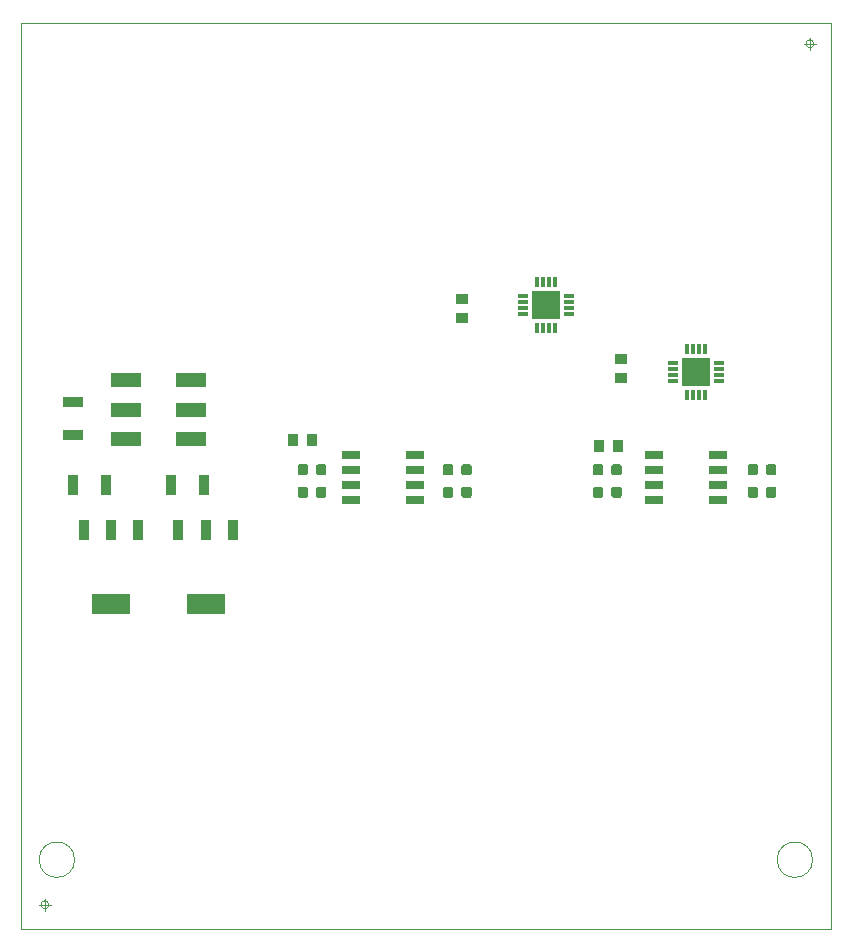
<source format=gbp>
%TF.GenerationSoftware,KiCad,Pcbnew,(5.1.5-0-10_14)*%
%TF.CreationDate,2020-01-10T14:35:19+01:00*%
%TF.ProjectId,adapter_hybrid_assister,61646170-7465-4725-9f68-79627269645f,rev?*%
%TF.SameCoordinates,PX6312cb0PY8accb70*%
%TF.FileFunction,Paste,Bot*%
%TF.FilePolarity,Positive*%
%FSLAX45Y45*%
G04 Gerber Fmt 4.5, Leading zero omitted, Abs format (unit mm)*
G04 Created by KiCad (PCBNEW (5.1.5-0-10_14)) date 2020-01-10 14:35:19*
%MOMM*%
%LPD*%
G04 APERTURE LIST*
%TA.AperFunction,Profile*%
%ADD10C,0.050000*%
%TD*%
%TA.AperFunction,Profile*%
%ADD11C,0.100000*%
%TD*%
%ADD12R,0.950000X1.000000*%
%ADD13R,1.000000X0.950000*%
%ADD14R,2.400000X2.400000*%
%ADD15R,0.850000X0.300000*%
%ADD16R,0.300000X0.850000*%
%ADD17C,0.100000*%
%ADD18R,0.914400X1.803400*%
%ADD19R,1.803400X0.914400*%
%ADD20R,2.500000X1.200000*%
%ADD21R,1.528000X0.650000*%
%ADD22R,3.200000X1.750000*%
%ADD23R,0.950000X1.750000*%
G04 APERTURE END LIST*
D10*
X6713533Y7493000D02*
G75*
G03X6713533Y7493000I-33333J0D01*
G01*
X6630200Y7493000D02*
X6730200Y7493000D01*
X6680200Y7543000D02*
X6680200Y7443000D01*
X236533Y203200D02*
G75*
G03X236533Y203200I-33333J0D01*
G01*
X153200Y203200D02*
X253200Y203200D01*
X203200Y253200D02*
X203200Y153200D01*
X454800Y584200D02*
G75*
G03X454800Y584200I-150000J0D01*
G01*
X6703200Y584200D02*
G75*
G03X6703200Y584200I-150000J0D01*
G01*
X0Y0D02*
X0Y7670800D01*
X6858000Y7670800D02*
X6858000Y0D01*
D11*
X0Y7670800D02*
X6858000Y7670800D01*
X6858000Y0D02*
X0Y0D01*
D12*
%TO.C,C4*%
X2463800Y4140200D03*
X2303800Y4140200D03*
%TD*%
%TO.C,C5*%
X5054600Y4089400D03*
X4894600Y4089400D03*
%TD*%
D13*
%TO.C,C7*%
X3733800Y5174000D03*
X3733800Y5334000D03*
%TD*%
%TO.C,C9*%
X5080000Y4666000D03*
X5080000Y4826000D03*
%TD*%
D14*
%TO.C,U7*%
X4445000Y5283200D03*
D15*
X4640000Y5208200D03*
X4640000Y5258200D03*
X4640000Y5308200D03*
X4640000Y5358200D03*
D16*
X4520000Y5478200D03*
X4470000Y5478200D03*
X4420000Y5478200D03*
X4370000Y5478200D03*
D15*
X4250000Y5358200D03*
X4250000Y5308200D03*
X4250000Y5258200D03*
X4250000Y5208200D03*
D16*
X4370000Y5088200D03*
X4420000Y5088200D03*
X4470000Y5088200D03*
X4520000Y5088200D03*
%TD*%
D14*
%TO.C,U9*%
X5715000Y4711700D03*
D15*
X5910000Y4636700D03*
X5910000Y4686700D03*
X5910000Y4736700D03*
X5910000Y4786700D03*
D16*
X5790000Y4906700D03*
X5740000Y4906700D03*
X5690000Y4906700D03*
X5640000Y4906700D03*
D15*
X5520000Y4786700D03*
X5520000Y4736700D03*
X5520000Y4686700D03*
X5520000Y4636700D03*
D16*
X5640000Y4516700D03*
X5690000Y4516700D03*
X5740000Y4516700D03*
X5790000Y4516700D03*
%TD*%
D17*
%TO.C,R41*%
G36*
X2567769Y3933595D02*
G01*
X2569893Y3933280D01*
X2571975Y3932758D01*
X2573996Y3932035D01*
X2575937Y3931117D01*
X2577778Y3930013D01*
X2579502Y3928735D01*
X2581093Y3927293D01*
X2582535Y3925702D01*
X2583813Y3923978D01*
X2584917Y3922137D01*
X2585835Y3920196D01*
X2586558Y3918175D01*
X2587080Y3916093D01*
X2587395Y3913969D01*
X2587500Y3911825D01*
X2587500Y3860575D01*
X2587395Y3858431D01*
X2587080Y3856307D01*
X2586558Y3854225D01*
X2585835Y3852204D01*
X2584917Y3850263D01*
X2583813Y3848422D01*
X2582535Y3846698D01*
X2581093Y3845107D01*
X2579502Y3843665D01*
X2577778Y3842387D01*
X2575937Y3841283D01*
X2573996Y3840365D01*
X2571975Y3839642D01*
X2569893Y3839120D01*
X2567769Y3838805D01*
X2565625Y3838700D01*
X2521875Y3838700D01*
X2519731Y3838805D01*
X2517607Y3839120D01*
X2515525Y3839642D01*
X2513504Y3840365D01*
X2511563Y3841283D01*
X2509722Y3842387D01*
X2507998Y3843665D01*
X2506407Y3845107D01*
X2504965Y3846698D01*
X2503687Y3848422D01*
X2502583Y3850263D01*
X2501665Y3852204D01*
X2500942Y3854225D01*
X2500420Y3856307D01*
X2500105Y3858431D01*
X2500000Y3860575D01*
X2500000Y3911825D01*
X2500105Y3913969D01*
X2500420Y3916093D01*
X2500942Y3918175D01*
X2501665Y3920196D01*
X2502583Y3922137D01*
X2503687Y3923978D01*
X2504965Y3925702D01*
X2506407Y3927293D01*
X2507998Y3928735D01*
X2509722Y3930013D01*
X2511563Y3931117D01*
X2513504Y3932035D01*
X2515525Y3932758D01*
X2517607Y3933280D01*
X2519731Y3933595D01*
X2521875Y3933700D01*
X2565625Y3933700D01*
X2567769Y3933595D01*
G37*
G36*
X2410269Y3933595D02*
G01*
X2412393Y3933280D01*
X2414475Y3932758D01*
X2416496Y3932035D01*
X2418437Y3931117D01*
X2420278Y3930013D01*
X2422002Y3928735D01*
X2423593Y3927293D01*
X2425035Y3925702D01*
X2426313Y3923978D01*
X2427417Y3922137D01*
X2428335Y3920196D01*
X2429058Y3918175D01*
X2429580Y3916093D01*
X2429895Y3913969D01*
X2430000Y3911825D01*
X2430000Y3860575D01*
X2429895Y3858431D01*
X2429580Y3856307D01*
X2429058Y3854225D01*
X2428335Y3852204D01*
X2427417Y3850263D01*
X2426313Y3848422D01*
X2425035Y3846698D01*
X2423593Y3845107D01*
X2422002Y3843665D01*
X2420278Y3842387D01*
X2418437Y3841283D01*
X2416496Y3840365D01*
X2414475Y3839642D01*
X2412393Y3839120D01*
X2410269Y3838805D01*
X2408125Y3838700D01*
X2364375Y3838700D01*
X2362231Y3838805D01*
X2360107Y3839120D01*
X2358025Y3839642D01*
X2356004Y3840365D01*
X2354063Y3841283D01*
X2352222Y3842387D01*
X2350498Y3843665D01*
X2348907Y3845107D01*
X2347465Y3846698D01*
X2346187Y3848422D01*
X2345083Y3850263D01*
X2344165Y3852204D01*
X2343442Y3854225D01*
X2342920Y3856307D01*
X2342605Y3858431D01*
X2342500Y3860575D01*
X2342500Y3911825D01*
X2342605Y3913969D01*
X2342920Y3916093D01*
X2343442Y3918175D01*
X2344165Y3920196D01*
X2345083Y3922137D01*
X2346187Y3923978D01*
X2347465Y3925702D01*
X2348907Y3927293D01*
X2350498Y3928735D01*
X2352222Y3930013D01*
X2354063Y3931117D01*
X2356004Y3932035D01*
X2358025Y3932758D01*
X2360107Y3933280D01*
X2362231Y3933595D01*
X2364375Y3933700D01*
X2408125Y3933700D01*
X2410269Y3933595D01*
G37*
%TD*%
%TO.C,R42*%
G36*
X3639769Y3933595D02*
G01*
X3641893Y3933280D01*
X3643975Y3932758D01*
X3645996Y3932035D01*
X3647937Y3931117D01*
X3649778Y3930013D01*
X3651502Y3928735D01*
X3653093Y3927293D01*
X3654535Y3925702D01*
X3655813Y3923978D01*
X3656917Y3922137D01*
X3657835Y3920196D01*
X3658558Y3918175D01*
X3659080Y3916093D01*
X3659395Y3913969D01*
X3659500Y3911825D01*
X3659500Y3860575D01*
X3659395Y3858431D01*
X3659080Y3856307D01*
X3658558Y3854225D01*
X3657835Y3852204D01*
X3656917Y3850263D01*
X3655813Y3848422D01*
X3654535Y3846698D01*
X3653093Y3845107D01*
X3651502Y3843665D01*
X3649778Y3842387D01*
X3647937Y3841283D01*
X3645996Y3840365D01*
X3643975Y3839642D01*
X3641893Y3839120D01*
X3639769Y3838805D01*
X3637625Y3838700D01*
X3593875Y3838700D01*
X3591731Y3838805D01*
X3589607Y3839120D01*
X3587525Y3839642D01*
X3585504Y3840365D01*
X3583563Y3841283D01*
X3581722Y3842387D01*
X3579998Y3843665D01*
X3578407Y3845107D01*
X3576965Y3846698D01*
X3575687Y3848422D01*
X3574583Y3850263D01*
X3573665Y3852204D01*
X3572942Y3854225D01*
X3572420Y3856307D01*
X3572105Y3858431D01*
X3572000Y3860575D01*
X3572000Y3911825D01*
X3572105Y3913969D01*
X3572420Y3916093D01*
X3572942Y3918175D01*
X3573665Y3920196D01*
X3574583Y3922137D01*
X3575687Y3923978D01*
X3576965Y3925702D01*
X3578407Y3927293D01*
X3579998Y3928735D01*
X3581722Y3930013D01*
X3583563Y3931117D01*
X3585504Y3932035D01*
X3587525Y3932758D01*
X3589607Y3933280D01*
X3591731Y3933595D01*
X3593875Y3933700D01*
X3637625Y3933700D01*
X3639769Y3933595D01*
G37*
G36*
X3797269Y3933595D02*
G01*
X3799393Y3933280D01*
X3801475Y3932758D01*
X3803496Y3932035D01*
X3805437Y3931117D01*
X3807278Y3930013D01*
X3809002Y3928735D01*
X3810593Y3927293D01*
X3812035Y3925702D01*
X3813313Y3923978D01*
X3814417Y3922137D01*
X3815335Y3920196D01*
X3816058Y3918175D01*
X3816580Y3916093D01*
X3816895Y3913969D01*
X3817000Y3911825D01*
X3817000Y3860575D01*
X3816895Y3858431D01*
X3816580Y3856307D01*
X3816058Y3854225D01*
X3815335Y3852204D01*
X3814417Y3850263D01*
X3813313Y3848422D01*
X3812035Y3846698D01*
X3810593Y3845107D01*
X3809002Y3843665D01*
X3807278Y3842387D01*
X3805437Y3841283D01*
X3803496Y3840365D01*
X3801475Y3839642D01*
X3799393Y3839120D01*
X3797269Y3838805D01*
X3795125Y3838700D01*
X3751375Y3838700D01*
X3749231Y3838805D01*
X3747107Y3839120D01*
X3745025Y3839642D01*
X3743004Y3840365D01*
X3741063Y3841283D01*
X3739222Y3842387D01*
X3737498Y3843665D01*
X3735907Y3845107D01*
X3734465Y3846698D01*
X3733187Y3848422D01*
X3732083Y3850263D01*
X3731165Y3852204D01*
X3730442Y3854225D01*
X3729920Y3856307D01*
X3729605Y3858431D01*
X3729500Y3860575D01*
X3729500Y3911825D01*
X3729605Y3913969D01*
X3729920Y3916093D01*
X3730442Y3918175D01*
X3731165Y3920196D01*
X3732083Y3922137D01*
X3733187Y3923978D01*
X3734465Y3925702D01*
X3735907Y3927293D01*
X3737498Y3928735D01*
X3739222Y3930013D01*
X3741063Y3931117D01*
X3743004Y3932035D01*
X3745025Y3932758D01*
X3747107Y3933280D01*
X3749231Y3933595D01*
X3751375Y3933700D01*
X3795125Y3933700D01*
X3797269Y3933595D01*
G37*
%TD*%
%TO.C,R43*%
G36*
X2567769Y3743095D02*
G01*
X2569893Y3742780D01*
X2571975Y3742258D01*
X2573996Y3741535D01*
X2575937Y3740617D01*
X2577778Y3739513D01*
X2579502Y3738235D01*
X2581093Y3736793D01*
X2582535Y3735202D01*
X2583813Y3733478D01*
X2584917Y3731637D01*
X2585835Y3729696D01*
X2586558Y3727675D01*
X2587080Y3725593D01*
X2587395Y3723469D01*
X2587500Y3721325D01*
X2587500Y3670075D01*
X2587395Y3667931D01*
X2587080Y3665807D01*
X2586558Y3663725D01*
X2585835Y3661704D01*
X2584917Y3659763D01*
X2583813Y3657922D01*
X2582535Y3656198D01*
X2581093Y3654607D01*
X2579502Y3653165D01*
X2577778Y3651887D01*
X2575937Y3650783D01*
X2573996Y3649865D01*
X2571975Y3649142D01*
X2569893Y3648620D01*
X2567769Y3648305D01*
X2565625Y3648200D01*
X2521875Y3648200D01*
X2519731Y3648305D01*
X2517607Y3648620D01*
X2515525Y3649142D01*
X2513504Y3649865D01*
X2511563Y3650783D01*
X2509722Y3651887D01*
X2507998Y3653165D01*
X2506407Y3654607D01*
X2504965Y3656198D01*
X2503687Y3657922D01*
X2502583Y3659763D01*
X2501665Y3661704D01*
X2500942Y3663725D01*
X2500420Y3665807D01*
X2500105Y3667931D01*
X2500000Y3670075D01*
X2500000Y3721325D01*
X2500105Y3723469D01*
X2500420Y3725593D01*
X2500942Y3727675D01*
X2501665Y3729696D01*
X2502583Y3731637D01*
X2503687Y3733478D01*
X2504965Y3735202D01*
X2506407Y3736793D01*
X2507998Y3738235D01*
X2509722Y3739513D01*
X2511563Y3740617D01*
X2513504Y3741535D01*
X2515525Y3742258D01*
X2517607Y3742780D01*
X2519731Y3743095D01*
X2521875Y3743200D01*
X2565625Y3743200D01*
X2567769Y3743095D01*
G37*
G36*
X2410269Y3743095D02*
G01*
X2412393Y3742780D01*
X2414475Y3742258D01*
X2416496Y3741535D01*
X2418437Y3740617D01*
X2420278Y3739513D01*
X2422002Y3738235D01*
X2423593Y3736793D01*
X2425035Y3735202D01*
X2426313Y3733478D01*
X2427417Y3731637D01*
X2428335Y3729696D01*
X2429058Y3727675D01*
X2429580Y3725593D01*
X2429895Y3723469D01*
X2430000Y3721325D01*
X2430000Y3670075D01*
X2429895Y3667931D01*
X2429580Y3665807D01*
X2429058Y3663725D01*
X2428335Y3661704D01*
X2427417Y3659763D01*
X2426313Y3657922D01*
X2425035Y3656198D01*
X2423593Y3654607D01*
X2422002Y3653165D01*
X2420278Y3651887D01*
X2418437Y3650783D01*
X2416496Y3649865D01*
X2414475Y3649142D01*
X2412393Y3648620D01*
X2410269Y3648305D01*
X2408125Y3648200D01*
X2364375Y3648200D01*
X2362231Y3648305D01*
X2360107Y3648620D01*
X2358025Y3649142D01*
X2356004Y3649865D01*
X2354063Y3650783D01*
X2352222Y3651887D01*
X2350498Y3653165D01*
X2348907Y3654607D01*
X2347465Y3656198D01*
X2346187Y3657922D01*
X2345083Y3659763D01*
X2344165Y3661704D01*
X2343442Y3663725D01*
X2342920Y3665807D01*
X2342605Y3667931D01*
X2342500Y3670075D01*
X2342500Y3721325D01*
X2342605Y3723469D01*
X2342920Y3725593D01*
X2343442Y3727675D01*
X2344165Y3729696D01*
X2345083Y3731637D01*
X2346187Y3733478D01*
X2347465Y3735202D01*
X2348907Y3736793D01*
X2350498Y3738235D01*
X2352222Y3739513D01*
X2354063Y3740617D01*
X2356004Y3741535D01*
X2358025Y3742258D01*
X2360107Y3742780D01*
X2362231Y3743095D01*
X2364375Y3743200D01*
X2408125Y3743200D01*
X2410269Y3743095D01*
G37*
%TD*%
%TO.C,R44*%
G36*
X3639769Y3743095D02*
G01*
X3641893Y3742780D01*
X3643975Y3742258D01*
X3645996Y3741535D01*
X3647937Y3740617D01*
X3649778Y3739513D01*
X3651502Y3738235D01*
X3653093Y3736793D01*
X3654535Y3735202D01*
X3655813Y3733478D01*
X3656917Y3731637D01*
X3657835Y3729696D01*
X3658558Y3727675D01*
X3659080Y3725593D01*
X3659395Y3723469D01*
X3659500Y3721325D01*
X3659500Y3670075D01*
X3659395Y3667931D01*
X3659080Y3665807D01*
X3658558Y3663725D01*
X3657835Y3661704D01*
X3656917Y3659763D01*
X3655813Y3657922D01*
X3654535Y3656198D01*
X3653093Y3654607D01*
X3651502Y3653165D01*
X3649778Y3651887D01*
X3647937Y3650783D01*
X3645996Y3649865D01*
X3643975Y3649142D01*
X3641893Y3648620D01*
X3639769Y3648305D01*
X3637625Y3648200D01*
X3593875Y3648200D01*
X3591731Y3648305D01*
X3589607Y3648620D01*
X3587525Y3649142D01*
X3585504Y3649865D01*
X3583563Y3650783D01*
X3581722Y3651887D01*
X3579998Y3653165D01*
X3578407Y3654607D01*
X3576965Y3656198D01*
X3575687Y3657922D01*
X3574583Y3659763D01*
X3573665Y3661704D01*
X3572942Y3663725D01*
X3572420Y3665807D01*
X3572105Y3667931D01*
X3572000Y3670075D01*
X3572000Y3721325D01*
X3572105Y3723469D01*
X3572420Y3725593D01*
X3572942Y3727675D01*
X3573665Y3729696D01*
X3574583Y3731637D01*
X3575687Y3733478D01*
X3576965Y3735202D01*
X3578407Y3736793D01*
X3579998Y3738235D01*
X3581722Y3739513D01*
X3583563Y3740617D01*
X3585504Y3741535D01*
X3587525Y3742258D01*
X3589607Y3742780D01*
X3591731Y3743095D01*
X3593875Y3743200D01*
X3637625Y3743200D01*
X3639769Y3743095D01*
G37*
G36*
X3797269Y3743095D02*
G01*
X3799393Y3742780D01*
X3801475Y3742258D01*
X3803496Y3741535D01*
X3805437Y3740617D01*
X3807278Y3739513D01*
X3809002Y3738235D01*
X3810593Y3736793D01*
X3812035Y3735202D01*
X3813313Y3733478D01*
X3814417Y3731637D01*
X3815335Y3729696D01*
X3816058Y3727675D01*
X3816580Y3725593D01*
X3816895Y3723469D01*
X3817000Y3721325D01*
X3817000Y3670075D01*
X3816895Y3667931D01*
X3816580Y3665807D01*
X3816058Y3663725D01*
X3815335Y3661704D01*
X3814417Y3659763D01*
X3813313Y3657922D01*
X3812035Y3656198D01*
X3810593Y3654607D01*
X3809002Y3653165D01*
X3807278Y3651887D01*
X3805437Y3650783D01*
X3803496Y3649865D01*
X3801475Y3649142D01*
X3799393Y3648620D01*
X3797269Y3648305D01*
X3795125Y3648200D01*
X3751375Y3648200D01*
X3749231Y3648305D01*
X3747107Y3648620D01*
X3745025Y3649142D01*
X3743004Y3649865D01*
X3741063Y3650783D01*
X3739222Y3651887D01*
X3737498Y3653165D01*
X3735907Y3654607D01*
X3734465Y3656198D01*
X3733187Y3657922D01*
X3732083Y3659763D01*
X3731165Y3661704D01*
X3730442Y3663725D01*
X3729920Y3665807D01*
X3729605Y3667931D01*
X3729500Y3670075D01*
X3729500Y3721325D01*
X3729605Y3723469D01*
X3729920Y3725593D01*
X3730442Y3727675D01*
X3731165Y3729696D01*
X3732083Y3731637D01*
X3733187Y3733478D01*
X3734465Y3735202D01*
X3735907Y3736793D01*
X3737498Y3738235D01*
X3739222Y3739513D01*
X3741063Y3740617D01*
X3743004Y3741535D01*
X3745025Y3742258D01*
X3747107Y3742780D01*
X3749231Y3743095D01*
X3751375Y3743200D01*
X3795125Y3743200D01*
X3797269Y3743095D01*
G37*
%TD*%
%TO.C,R51*%
G36*
X5067269Y3933595D02*
G01*
X5069393Y3933280D01*
X5071475Y3932758D01*
X5073496Y3932035D01*
X5075437Y3931117D01*
X5077278Y3930013D01*
X5079002Y3928735D01*
X5080593Y3927293D01*
X5082035Y3925702D01*
X5083313Y3923978D01*
X5084417Y3922137D01*
X5085335Y3920196D01*
X5086058Y3918175D01*
X5086580Y3916093D01*
X5086895Y3913969D01*
X5087000Y3911825D01*
X5087000Y3860575D01*
X5086895Y3858431D01*
X5086580Y3856307D01*
X5086058Y3854225D01*
X5085335Y3852204D01*
X5084417Y3850263D01*
X5083313Y3848422D01*
X5082035Y3846698D01*
X5080593Y3845107D01*
X5079002Y3843665D01*
X5077278Y3842387D01*
X5075437Y3841283D01*
X5073496Y3840365D01*
X5071475Y3839642D01*
X5069393Y3839120D01*
X5067269Y3838805D01*
X5065125Y3838700D01*
X5021375Y3838700D01*
X5019231Y3838805D01*
X5017107Y3839120D01*
X5015025Y3839642D01*
X5013004Y3840365D01*
X5011063Y3841283D01*
X5009222Y3842387D01*
X5007498Y3843665D01*
X5005907Y3845107D01*
X5004465Y3846698D01*
X5003187Y3848422D01*
X5002083Y3850263D01*
X5001165Y3852204D01*
X5000442Y3854225D01*
X4999920Y3856307D01*
X4999605Y3858431D01*
X4999500Y3860575D01*
X4999500Y3911825D01*
X4999605Y3913969D01*
X4999920Y3916093D01*
X5000442Y3918175D01*
X5001165Y3920196D01*
X5002083Y3922137D01*
X5003187Y3923978D01*
X5004465Y3925702D01*
X5005907Y3927293D01*
X5007498Y3928735D01*
X5009222Y3930013D01*
X5011063Y3931117D01*
X5013004Y3932035D01*
X5015025Y3932758D01*
X5017107Y3933280D01*
X5019231Y3933595D01*
X5021375Y3933700D01*
X5065125Y3933700D01*
X5067269Y3933595D01*
G37*
G36*
X4909769Y3933595D02*
G01*
X4911893Y3933280D01*
X4913975Y3932758D01*
X4915996Y3932035D01*
X4917937Y3931117D01*
X4919778Y3930013D01*
X4921502Y3928735D01*
X4923093Y3927293D01*
X4924535Y3925702D01*
X4925813Y3923978D01*
X4926917Y3922137D01*
X4927835Y3920196D01*
X4928558Y3918175D01*
X4929080Y3916093D01*
X4929395Y3913969D01*
X4929500Y3911825D01*
X4929500Y3860575D01*
X4929395Y3858431D01*
X4929080Y3856307D01*
X4928558Y3854225D01*
X4927835Y3852204D01*
X4926917Y3850263D01*
X4925813Y3848422D01*
X4924535Y3846698D01*
X4923093Y3845107D01*
X4921502Y3843665D01*
X4919778Y3842387D01*
X4917937Y3841283D01*
X4915996Y3840365D01*
X4913975Y3839642D01*
X4911893Y3839120D01*
X4909769Y3838805D01*
X4907625Y3838700D01*
X4863875Y3838700D01*
X4861731Y3838805D01*
X4859607Y3839120D01*
X4857525Y3839642D01*
X4855504Y3840365D01*
X4853563Y3841283D01*
X4851722Y3842387D01*
X4849998Y3843665D01*
X4848407Y3845107D01*
X4846965Y3846698D01*
X4845687Y3848422D01*
X4844583Y3850263D01*
X4843665Y3852204D01*
X4842942Y3854225D01*
X4842420Y3856307D01*
X4842105Y3858431D01*
X4842000Y3860575D01*
X4842000Y3911825D01*
X4842105Y3913969D01*
X4842420Y3916093D01*
X4842942Y3918175D01*
X4843665Y3920196D01*
X4844583Y3922137D01*
X4845687Y3923978D01*
X4846965Y3925702D01*
X4848407Y3927293D01*
X4849998Y3928735D01*
X4851722Y3930013D01*
X4853563Y3931117D01*
X4855504Y3932035D01*
X4857525Y3932758D01*
X4859607Y3933280D01*
X4861731Y3933595D01*
X4863875Y3933700D01*
X4907625Y3933700D01*
X4909769Y3933595D01*
G37*
%TD*%
%TO.C,R52*%
G36*
X6220269Y3933595D02*
G01*
X6222393Y3933280D01*
X6224475Y3932758D01*
X6226496Y3932035D01*
X6228437Y3931117D01*
X6230278Y3930013D01*
X6232002Y3928735D01*
X6233593Y3927293D01*
X6235035Y3925702D01*
X6236313Y3923978D01*
X6237417Y3922137D01*
X6238335Y3920196D01*
X6239058Y3918175D01*
X6239580Y3916093D01*
X6239895Y3913969D01*
X6240000Y3911825D01*
X6240000Y3860575D01*
X6239895Y3858431D01*
X6239580Y3856307D01*
X6239058Y3854225D01*
X6238335Y3852204D01*
X6237417Y3850263D01*
X6236313Y3848422D01*
X6235035Y3846698D01*
X6233593Y3845107D01*
X6232002Y3843665D01*
X6230278Y3842387D01*
X6228437Y3841283D01*
X6226496Y3840365D01*
X6224475Y3839642D01*
X6222393Y3839120D01*
X6220269Y3838805D01*
X6218125Y3838700D01*
X6174375Y3838700D01*
X6172231Y3838805D01*
X6170107Y3839120D01*
X6168025Y3839642D01*
X6166004Y3840365D01*
X6164063Y3841283D01*
X6162222Y3842387D01*
X6160498Y3843665D01*
X6158907Y3845107D01*
X6157465Y3846698D01*
X6156187Y3848422D01*
X6155083Y3850263D01*
X6154165Y3852204D01*
X6153442Y3854225D01*
X6152920Y3856307D01*
X6152605Y3858431D01*
X6152500Y3860575D01*
X6152500Y3911825D01*
X6152605Y3913969D01*
X6152920Y3916093D01*
X6153442Y3918175D01*
X6154165Y3920196D01*
X6155083Y3922137D01*
X6156187Y3923978D01*
X6157465Y3925702D01*
X6158907Y3927293D01*
X6160498Y3928735D01*
X6162222Y3930013D01*
X6164063Y3931117D01*
X6166004Y3932035D01*
X6168025Y3932758D01*
X6170107Y3933280D01*
X6172231Y3933595D01*
X6174375Y3933700D01*
X6218125Y3933700D01*
X6220269Y3933595D01*
G37*
G36*
X6377769Y3933595D02*
G01*
X6379893Y3933280D01*
X6381975Y3932758D01*
X6383996Y3932035D01*
X6385937Y3931117D01*
X6387778Y3930013D01*
X6389502Y3928735D01*
X6391093Y3927293D01*
X6392535Y3925702D01*
X6393813Y3923978D01*
X6394917Y3922137D01*
X6395835Y3920196D01*
X6396558Y3918175D01*
X6397080Y3916093D01*
X6397395Y3913969D01*
X6397500Y3911825D01*
X6397500Y3860575D01*
X6397395Y3858431D01*
X6397080Y3856307D01*
X6396558Y3854225D01*
X6395835Y3852204D01*
X6394917Y3850263D01*
X6393813Y3848422D01*
X6392535Y3846698D01*
X6391093Y3845107D01*
X6389502Y3843665D01*
X6387778Y3842387D01*
X6385937Y3841283D01*
X6383996Y3840365D01*
X6381975Y3839642D01*
X6379893Y3839120D01*
X6377769Y3838805D01*
X6375625Y3838700D01*
X6331875Y3838700D01*
X6329731Y3838805D01*
X6327607Y3839120D01*
X6325525Y3839642D01*
X6323504Y3840365D01*
X6321563Y3841283D01*
X6319722Y3842387D01*
X6317998Y3843665D01*
X6316407Y3845107D01*
X6314965Y3846698D01*
X6313687Y3848422D01*
X6312583Y3850263D01*
X6311665Y3852204D01*
X6310942Y3854225D01*
X6310420Y3856307D01*
X6310105Y3858431D01*
X6310000Y3860575D01*
X6310000Y3911825D01*
X6310105Y3913969D01*
X6310420Y3916093D01*
X6310942Y3918175D01*
X6311665Y3920196D01*
X6312583Y3922137D01*
X6313687Y3923978D01*
X6314965Y3925702D01*
X6316407Y3927293D01*
X6317998Y3928735D01*
X6319722Y3930013D01*
X6321563Y3931117D01*
X6323504Y3932035D01*
X6325525Y3932758D01*
X6327607Y3933280D01*
X6329731Y3933595D01*
X6331875Y3933700D01*
X6375625Y3933700D01*
X6377769Y3933595D01*
G37*
%TD*%
%TO.C,R53*%
G36*
X5067269Y3743095D02*
G01*
X5069393Y3742780D01*
X5071475Y3742258D01*
X5073496Y3741535D01*
X5075437Y3740617D01*
X5077278Y3739513D01*
X5079002Y3738235D01*
X5080593Y3736793D01*
X5082035Y3735202D01*
X5083313Y3733478D01*
X5084417Y3731637D01*
X5085335Y3729696D01*
X5086058Y3727675D01*
X5086580Y3725593D01*
X5086895Y3723469D01*
X5087000Y3721325D01*
X5087000Y3670075D01*
X5086895Y3667931D01*
X5086580Y3665807D01*
X5086058Y3663725D01*
X5085335Y3661704D01*
X5084417Y3659763D01*
X5083313Y3657922D01*
X5082035Y3656198D01*
X5080593Y3654607D01*
X5079002Y3653165D01*
X5077278Y3651887D01*
X5075437Y3650783D01*
X5073496Y3649865D01*
X5071475Y3649142D01*
X5069393Y3648620D01*
X5067269Y3648305D01*
X5065125Y3648200D01*
X5021375Y3648200D01*
X5019231Y3648305D01*
X5017107Y3648620D01*
X5015025Y3649142D01*
X5013004Y3649865D01*
X5011063Y3650783D01*
X5009222Y3651887D01*
X5007498Y3653165D01*
X5005907Y3654607D01*
X5004465Y3656198D01*
X5003187Y3657922D01*
X5002083Y3659763D01*
X5001165Y3661704D01*
X5000442Y3663725D01*
X4999920Y3665807D01*
X4999605Y3667931D01*
X4999500Y3670075D01*
X4999500Y3721325D01*
X4999605Y3723469D01*
X4999920Y3725593D01*
X5000442Y3727675D01*
X5001165Y3729696D01*
X5002083Y3731637D01*
X5003187Y3733478D01*
X5004465Y3735202D01*
X5005907Y3736793D01*
X5007498Y3738235D01*
X5009222Y3739513D01*
X5011063Y3740617D01*
X5013004Y3741535D01*
X5015025Y3742258D01*
X5017107Y3742780D01*
X5019231Y3743095D01*
X5021375Y3743200D01*
X5065125Y3743200D01*
X5067269Y3743095D01*
G37*
G36*
X4909769Y3743095D02*
G01*
X4911893Y3742780D01*
X4913975Y3742258D01*
X4915996Y3741535D01*
X4917937Y3740617D01*
X4919778Y3739513D01*
X4921502Y3738235D01*
X4923093Y3736793D01*
X4924535Y3735202D01*
X4925813Y3733478D01*
X4926917Y3731637D01*
X4927835Y3729696D01*
X4928558Y3727675D01*
X4929080Y3725593D01*
X4929395Y3723469D01*
X4929500Y3721325D01*
X4929500Y3670075D01*
X4929395Y3667931D01*
X4929080Y3665807D01*
X4928558Y3663725D01*
X4927835Y3661704D01*
X4926917Y3659763D01*
X4925813Y3657922D01*
X4924535Y3656198D01*
X4923093Y3654607D01*
X4921502Y3653165D01*
X4919778Y3651887D01*
X4917937Y3650783D01*
X4915996Y3649865D01*
X4913975Y3649142D01*
X4911893Y3648620D01*
X4909769Y3648305D01*
X4907625Y3648200D01*
X4863875Y3648200D01*
X4861731Y3648305D01*
X4859607Y3648620D01*
X4857525Y3649142D01*
X4855504Y3649865D01*
X4853563Y3650783D01*
X4851722Y3651887D01*
X4849998Y3653165D01*
X4848407Y3654607D01*
X4846965Y3656198D01*
X4845687Y3657922D01*
X4844583Y3659763D01*
X4843665Y3661704D01*
X4842942Y3663725D01*
X4842420Y3665807D01*
X4842105Y3667931D01*
X4842000Y3670075D01*
X4842000Y3721325D01*
X4842105Y3723469D01*
X4842420Y3725593D01*
X4842942Y3727675D01*
X4843665Y3729696D01*
X4844583Y3731637D01*
X4845687Y3733478D01*
X4846965Y3735202D01*
X4848407Y3736793D01*
X4849998Y3738235D01*
X4851722Y3739513D01*
X4853563Y3740617D01*
X4855504Y3741535D01*
X4857525Y3742258D01*
X4859607Y3742780D01*
X4861731Y3743095D01*
X4863875Y3743200D01*
X4907625Y3743200D01*
X4909769Y3743095D01*
G37*
%TD*%
%TO.C,R54*%
G36*
X6220269Y3743095D02*
G01*
X6222393Y3742780D01*
X6224475Y3742258D01*
X6226496Y3741535D01*
X6228437Y3740617D01*
X6230278Y3739513D01*
X6232002Y3738235D01*
X6233593Y3736793D01*
X6235035Y3735202D01*
X6236313Y3733478D01*
X6237417Y3731637D01*
X6238335Y3729696D01*
X6239058Y3727675D01*
X6239580Y3725593D01*
X6239895Y3723469D01*
X6240000Y3721325D01*
X6240000Y3670075D01*
X6239895Y3667931D01*
X6239580Y3665807D01*
X6239058Y3663725D01*
X6238335Y3661704D01*
X6237417Y3659763D01*
X6236313Y3657922D01*
X6235035Y3656198D01*
X6233593Y3654607D01*
X6232002Y3653165D01*
X6230278Y3651887D01*
X6228437Y3650783D01*
X6226496Y3649865D01*
X6224475Y3649142D01*
X6222393Y3648620D01*
X6220269Y3648305D01*
X6218125Y3648200D01*
X6174375Y3648200D01*
X6172231Y3648305D01*
X6170107Y3648620D01*
X6168025Y3649142D01*
X6166004Y3649865D01*
X6164063Y3650783D01*
X6162222Y3651887D01*
X6160498Y3653165D01*
X6158907Y3654607D01*
X6157465Y3656198D01*
X6156187Y3657922D01*
X6155083Y3659763D01*
X6154165Y3661704D01*
X6153442Y3663725D01*
X6152920Y3665807D01*
X6152605Y3667931D01*
X6152500Y3670075D01*
X6152500Y3721325D01*
X6152605Y3723469D01*
X6152920Y3725593D01*
X6153442Y3727675D01*
X6154165Y3729696D01*
X6155083Y3731637D01*
X6156187Y3733478D01*
X6157465Y3735202D01*
X6158907Y3736793D01*
X6160498Y3738235D01*
X6162222Y3739513D01*
X6164063Y3740617D01*
X6166004Y3741535D01*
X6168025Y3742258D01*
X6170107Y3742780D01*
X6172231Y3743095D01*
X6174375Y3743200D01*
X6218125Y3743200D01*
X6220269Y3743095D01*
G37*
G36*
X6377769Y3743095D02*
G01*
X6379893Y3742780D01*
X6381975Y3742258D01*
X6383996Y3741535D01*
X6385937Y3740617D01*
X6387778Y3739513D01*
X6389502Y3738235D01*
X6391093Y3736793D01*
X6392535Y3735202D01*
X6393813Y3733478D01*
X6394917Y3731637D01*
X6395835Y3729696D01*
X6396558Y3727675D01*
X6397080Y3725593D01*
X6397395Y3723469D01*
X6397500Y3721325D01*
X6397500Y3670075D01*
X6397395Y3667931D01*
X6397080Y3665807D01*
X6396558Y3663725D01*
X6395835Y3661704D01*
X6394917Y3659763D01*
X6393813Y3657922D01*
X6392535Y3656198D01*
X6391093Y3654607D01*
X6389502Y3653165D01*
X6387778Y3651887D01*
X6385937Y3650783D01*
X6383996Y3649865D01*
X6381975Y3649142D01*
X6379893Y3648620D01*
X6377769Y3648305D01*
X6375625Y3648200D01*
X6331875Y3648200D01*
X6329731Y3648305D01*
X6327607Y3648620D01*
X6325525Y3649142D01*
X6323504Y3649865D01*
X6321563Y3650783D01*
X6319722Y3651887D01*
X6317998Y3653165D01*
X6316407Y3654607D01*
X6314965Y3656198D01*
X6313687Y3657922D01*
X6312583Y3659763D01*
X6311665Y3661704D01*
X6310942Y3663725D01*
X6310420Y3665807D01*
X6310105Y3667931D01*
X6310000Y3670075D01*
X6310000Y3721325D01*
X6310105Y3723469D01*
X6310420Y3725593D01*
X6310942Y3727675D01*
X6311665Y3729696D01*
X6312583Y3731637D01*
X6313687Y3733478D01*
X6314965Y3735202D01*
X6316407Y3736793D01*
X6317998Y3738235D01*
X6319722Y3739513D01*
X6321563Y3740617D01*
X6323504Y3741535D01*
X6325525Y3742258D01*
X6327607Y3742780D01*
X6329731Y3743095D01*
X6331875Y3743200D01*
X6375625Y3743200D01*
X6377769Y3743095D01*
G37*
%TD*%
D18*
%TO.C,C2*%
X444500Y3759200D03*
X723900Y3759200D03*
%TD*%
%TO.C,C3*%
X1270000Y3759200D03*
X1549400Y3759200D03*
%TD*%
D19*
%TO.C,C1*%
X444500Y4178300D03*
X444500Y4457700D03*
%TD*%
D20*
%TO.C,S1*%
X889000Y4644200D03*
X889000Y4394200D03*
X889000Y4144200D03*
X1439000Y4144200D03*
X1439000Y4394200D03*
X1439000Y4644200D03*
%TD*%
D21*
%TO.C,U5*%
X5905500Y3632200D03*
X5905500Y3759200D03*
X5905500Y3886200D03*
X5905500Y4013200D03*
X5363300Y4013200D03*
X5363300Y3886200D03*
X5363300Y3759200D03*
X5363300Y3632200D03*
%TD*%
%TO.C,U4*%
X3336200Y3632200D03*
X3336200Y3759200D03*
X3336200Y3886200D03*
X3336200Y4013200D03*
X2794000Y4013200D03*
X2794000Y3886200D03*
X2794000Y3759200D03*
X2794000Y3632200D03*
%TD*%
D22*
%TO.C,U2*%
X1563500Y2748200D03*
D23*
X1793500Y3378200D03*
X1563500Y3378200D03*
X1333500Y3378200D03*
%TD*%
D22*
%TO.C,U1*%
X762000Y2748200D03*
D23*
X992000Y3378200D03*
X762000Y3378200D03*
X532000Y3378200D03*
%TD*%
M02*

</source>
